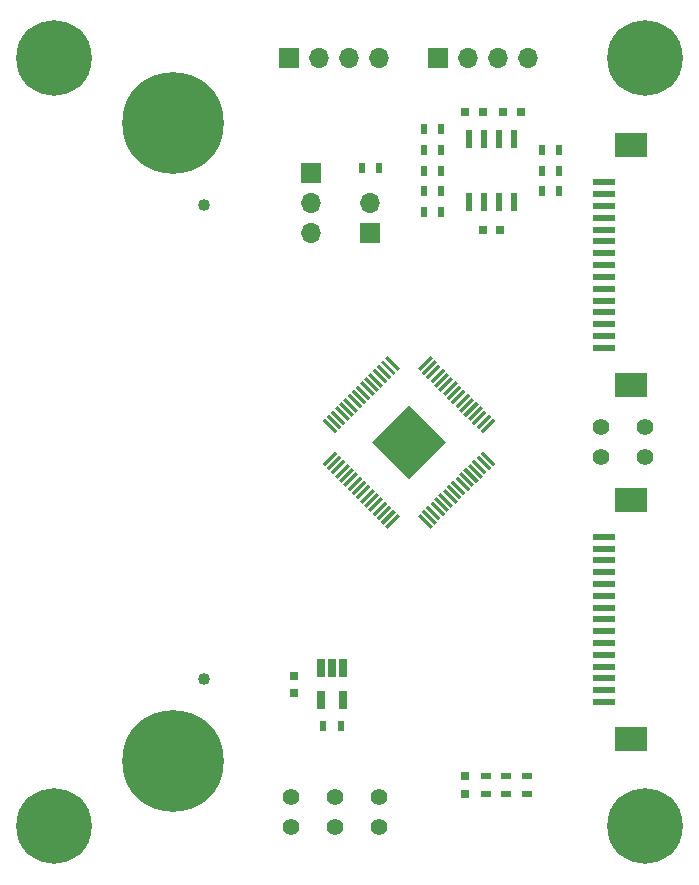
<source format=gbs>
G04 #@! TF.FileFunction,Soldermask,Bot*
%FSLAX46Y46*%
G04 Gerber Fmt 4.6, Leading zero omitted, Abs format (unit mm)*
G04 Created by KiCad (PCBNEW 4.0.7) date 09/10/18 12:16:13*
%MOMM*%
%LPD*%
G01*
G04 APERTURE LIST*
%ADD10C,0.100000*%
%ADD11R,0.600000X1.550000*%
%ADD12C,1.018540*%
%ADD13R,0.750000X0.800000*%
%ADD14R,0.800000X0.750000*%
%ADD15C,6.400000*%
%ADD16C,0.600000*%
%ADD17C,8.600000*%
%ADD18R,1.700000X1.700000*%
%ADD19O,1.700000X1.700000*%
%ADD20R,0.500000X0.900000*%
%ADD21R,0.900000X0.500000*%
%ADD22C,1.400000*%
%ADD23R,0.650000X1.560000*%
%ADD24R,1.900000X0.600000*%
%ADD25R,2.800000X2.100000*%
G04 APERTURE END LIST*
D10*
D11*
X93905000Y-52200000D03*
X92635000Y-52200000D03*
X91365000Y-52200000D03*
X90095000Y-52200000D03*
X90095000Y-46800000D03*
X91365000Y-46800000D03*
X92635000Y-46800000D03*
X93905000Y-46800000D03*
D12*
X67669540Y-52436540D03*
X67669540Y-92563460D03*
D10*
G36*
X83196878Y-79818555D02*
X82984746Y-79606423D01*
X84045406Y-78545763D01*
X84257538Y-78757895D01*
X83196878Y-79818555D01*
X83196878Y-79818555D01*
G37*
G36*
X82843324Y-79465002D02*
X82631192Y-79252870D01*
X83691852Y-78192210D01*
X83903984Y-78404342D01*
X82843324Y-79465002D01*
X82843324Y-79465002D01*
G37*
G36*
X82489771Y-79111448D02*
X82277639Y-78899316D01*
X83338299Y-77838656D01*
X83550431Y-78050788D01*
X82489771Y-79111448D01*
X82489771Y-79111448D01*
G37*
G36*
X82136218Y-78757895D02*
X81924086Y-78545763D01*
X82984746Y-77485103D01*
X83196878Y-77697235D01*
X82136218Y-78757895D01*
X82136218Y-78757895D01*
G37*
G36*
X81782664Y-78404342D02*
X81570532Y-78192210D01*
X82631192Y-77131550D01*
X82843324Y-77343682D01*
X81782664Y-78404342D01*
X81782664Y-78404342D01*
G37*
G36*
X81429111Y-78050788D02*
X81216979Y-77838656D01*
X82277639Y-76777996D01*
X82489771Y-76990128D01*
X81429111Y-78050788D01*
X81429111Y-78050788D01*
G37*
G36*
X81075557Y-77697235D02*
X80863425Y-77485103D01*
X81924085Y-76424443D01*
X82136217Y-76636575D01*
X81075557Y-77697235D01*
X81075557Y-77697235D01*
G37*
G36*
X80722004Y-77343681D02*
X80509872Y-77131549D01*
X81570532Y-76070889D01*
X81782664Y-76283021D01*
X80722004Y-77343681D01*
X80722004Y-77343681D01*
G37*
G36*
X80368451Y-76990128D02*
X80156319Y-76777996D01*
X81216979Y-75717336D01*
X81429111Y-75929468D01*
X80368451Y-76990128D01*
X80368451Y-76990128D01*
G37*
G36*
X80014897Y-76636575D02*
X79802765Y-76424443D01*
X80863425Y-75363783D01*
X81075557Y-75575915D01*
X80014897Y-76636575D01*
X80014897Y-76636575D01*
G37*
G36*
X79661344Y-76283021D02*
X79449212Y-76070889D01*
X80509872Y-75010229D01*
X80722004Y-75222361D01*
X79661344Y-76283021D01*
X79661344Y-76283021D01*
G37*
G36*
X79307790Y-75929468D02*
X79095658Y-75717336D01*
X80156318Y-74656676D01*
X80368450Y-74868808D01*
X79307790Y-75929468D01*
X79307790Y-75929468D01*
G37*
G36*
X78954237Y-75575914D02*
X78742105Y-75363782D01*
X79802765Y-74303122D01*
X80014897Y-74515254D01*
X78954237Y-75575914D01*
X78954237Y-75575914D01*
G37*
G36*
X78600684Y-75222361D02*
X78388552Y-75010229D01*
X79449212Y-73949569D01*
X79661344Y-74161701D01*
X78600684Y-75222361D01*
X78600684Y-75222361D01*
G37*
G36*
X78247130Y-74868808D02*
X78034998Y-74656676D01*
X79095658Y-73596016D01*
X79307790Y-73808148D01*
X78247130Y-74868808D01*
X78247130Y-74868808D01*
G37*
G36*
X77893577Y-74515254D02*
X77681445Y-74303122D01*
X78742105Y-73242462D01*
X78954237Y-73454594D01*
X77893577Y-74515254D01*
X77893577Y-74515254D01*
G37*
G36*
X77681445Y-70696878D02*
X77893577Y-70484746D01*
X78954237Y-71545406D01*
X78742105Y-71757538D01*
X77681445Y-70696878D01*
X77681445Y-70696878D01*
G37*
G36*
X78034998Y-70343324D02*
X78247130Y-70131192D01*
X79307790Y-71191852D01*
X79095658Y-71403984D01*
X78034998Y-70343324D01*
X78034998Y-70343324D01*
G37*
G36*
X78388552Y-69989771D02*
X78600684Y-69777639D01*
X79661344Y-70838299D01*
X79449212Y-71050431D01*
X78388552Y-69989771D01*
X78388552Y-69989771D01*
G37*
G36*
X78742105Y-69636218D02*
X78954237Y-69424086D01*
X80014897Y-70484746D01*
X79802765Y-70696878D01*
X78742105Y-69636218D01*
X78742105Y-69636218D01*
G37*
G36*
X79095658Y-69282664D02*
X79307790Y-69070532D01*
X80368450Y-70131192D01*
X80156318Y-70343324D01*
X79095658Y-69282664D01*
X79095658Y-69282664D01*
G37*
G36*
X79449212Y-68929111D02*
X79661344Y-68716979D01*
X80722004Y-69777639D01*
X80509872Y-69989771D01*
X79449212Y-68929111D01*
X79449212Y-68929111D01*
G37*
G36*
X79802765Y-68575557D02*
X80014897Y-68363425D01*
X81075557Y-69424085D01*
X80863425Y-69636217D01*
X79802765Y-68575557D01*
X79802765Y-68575557D01*
G37*
G36*
X80156319Y-68222004D02*
X80368451Y-68009872D01*
X81429111Y-69070532D01*
X81216979Y-69282664D01*
X80156319Y-68222004D01*
X80156319Y-68222004D01*
G37*
G36*
X80509872Y-67868451D02*
X80722004Y-67656319D01*
X81782664Y-68716979D01*
X81570532Y-68929111D01*
X80509872Y-67868451D01*
X80509872Y-67868451D01*
G37*
G36*
X80863425Y-67514897D02*
X81075557Y-67302765D01*
X82136217Y-68363425D01*
X81924085Y-68575557D01*
X80863425Y-67514897D01*
X80863425Y-67514897D01*
G37*
G36*
X81216979Y-67161344D02*
X81429111Y-66949212D01*
X82489771Y-68009872D01*
X82277639Y-68222004D01*
X81216979Y-67161344D01*
X81216979Y-67161344D01*
G37*
G36*
X81570532Y-66807790D02*
X81782664Y-66595658D01*
X82843324Y-67656318D01*
X82631192Y-67868450D01*
X81570532Y-66807790D01*
X81570532Y-66807790D01*
G37*
G36*
X81924086Y-66454237D02*
X82136218Y-66242105D01*
X83196878Y-67302765D01*
X82984746Y-67514897D01*
X81924086Y-66454237D01*
X81924086Y-66454237D01*
G37*
G36*
X82277639Y-66100684D02*
X82489771Y-65888552D01*
X83550431Y-66949212D01*
X83338299Y-67161344D01*
X82277639Y-66100684D01*
X82277639Y-66100684D01*
G37*
G36*
X82631192Y-65747130D02*
X82843324Y-65534998D01*
X83903984Y-66595658D01*
X83691852Y-66807790D01*
X82631192Y-65747130D01*
X82631192Y-65747130D01*
G37*
G36*
X82984746Y-65393577D02*
X83196878Y-65181445D01*
X84257538Y-66242105D01*
X84045406Y-66454237D01*
X82984746Y-65393577D01*
X82984746Y-65393577D01*
G37*
G36*
X85954594Y-66454237D02*
X85742462Y-66242105D01*
X86803122Y-65181445D01*
X87015254Y-65393577D01*
X85954594Y-66454237D01*
X85954594Y-66454237D01*
G37*
G36*
X86308148Y-66807790D02*
X86096016Y-66595658D01*
X87156676Y-65534998D01*
X87368808Y-65747130D01*
X86308148Y-66807790D01*
X86308148Y-66807790D01*
G37*
G36*
X86661701Y-67161344D02*
X86449569Y-66949212D01*
X87510229Y-65888552D01*
X87722361Y-66100684D01*
X86661701Y-67161344D01*
X86661701Y-67161344D01*
G37*
G36*
X87015254Y-67514897D02*
X86803122Y-67302765D01*
X87863782Y-66242105D01*
X88075914Y-66454237D01*
X87015254Y-67514897D01*
X87015254Y-67514897D01*
G37*
G36*
X87368808Y-67868450D02*
X87156676Y-67656318D01*
X88217336Y-66595658D01*
X88429468Y-66807790D01*
X87368808Y-67868450D01*
X87368808Y-67868450D01*
G37*
G36*
X87722361Y-68222004D02*
X87510229Y-68009872D01*
X88570889Y-66949212D01*
X88783021Y-67161344D01*
X87722361Y-68222004D01*
X87722361Y-68222004D01*
G37*
G36*
X88075915Y-68575557D02*
X87863783Y-68363425D01*
X88924443Y-67302765D01*
X89136575Y-67514897D01*
X88075915Y-68575557D01*
X88075915Y-68575557D01*
G37*
G36*
X88429468Y-68929111D02*
X88217336Y-68716979D01*
X89277996Y-67656319D01*
X89490128Y-67868451D01*
X88429468Y-68929111D01*
X88429468Y-68929111D01*
G37*
G36*
X88783021Y-69282664D02*
X88570889Y-69070532D01*
X89631549Y-68009872D01*
X89843681Y-68222004D01*
X88783021Y-69282664D01*
X88783021Y-69282664D01*
G37*
G36*
X89136575Y-69636217D02*
X88924443Y-69424085D01*
X89985103Y-68363425D01*
X90197235Y-68575557D01*
X89136575Y-69636217D01*
X89136575Y-69636217D01*
G37*
G36*
X89490128Y-69989771D02*
X89277996Y-69777639D01*
X90338656Y-68716979D01*
X90550788Y-68929111D01*
X89490128Y-69989771D01*
X89490128Y-69989771D01*
G37*
G36*
X89843682Y-70343324D02*
X89631550Y-70131192D01*
X90692210Y-69070532D01*
X90904342Y-69282664D01*
X89843682Y-70343324D01*
X89843682Y-70343324D01*
G37*
G36*
X90197235Y-70696878D02*
X89985103Y-70484746D01*
X91045763Y-69424086D01*
X91257895Y-69636218D01*
X90197235Y-70696878D01*
X90197235Y-70696878D01*
G37*
G36*
X90550788Y-71050431D02*
X90338656Y-70838299D01*
X91399316Y-69777639D01*
X91611448Y-69989771D01*
X90550788Y-71050431D01*
X90550788Y-71050431D01*
G37*
G36*
X90904342Y-71403984D02*
X90692210Y-71191852D01*
X91752870Y-70131192D01*
X91965002Y-70343324D01*
X90904342Y-71403984D01*
X90904342Y-71403984D01*
G37*
G36*
X91257895Y-71757538D02*
X91045763Y-71545406D01*
X92106423Y-70484746D01*
X92318555Y-70696878D01*
X91257895Y-71757538D01*
X91257895Y-71757538D01*
G37*
G36*
X91045763Y-73454594D02*
X91257895Y-73242462D01*
X92318555Y-74303122D01*
X92106423Y-74515254D01*
X91045763Y-73454594D01*
X91045763Y-73454594D01*
G37*
G36*
X90692210Y-73808148D02*
X90904342Y-73596016D01*
X91965002Y-74656676D01*
X91752870Y-74868808D01*
X90692210Y-73808148D01*
X90692210Y-73808148D01*
G37*
G36*
X90338656Y-74161701D02*
X90550788Y-73949569D01*
X91611448Y-75010229D01*
X91399316Y-75222361D01*
X90338656Y-74161701D01*
X90338656Y-74161701D01*
G37*
G36*
X89985103Y-74515254D02*
X90197235Y-74303122D01*
X91257895Y-75363782D01*
X91045763Y-75575914D01*
X89985103Y-74515254D01*
X89985103Y-74515254D01*
G37*
G36*
X89631550Y-74868808D02*
X89843682Y-74656676D01*
X90904342Y-75717336D01*
X90692210Y-75929468D01*
X89631550Y-74868808D01*
X89631550Y-74868808D01*
G37*
G36*
X89277996Y-75222361D02*
X89490128Y-75010229D01*
X90550788Y-76070889D01*
X90338656Y-76283021D01*
X89277996Y-75222361D01*
X89277996Y-75222361D01*
G37*
G36*
X88924443Y-75575915D02*
X89136575Y-75363783D01*
X90197235Y-76424443D01*
X89985103Y-76636575D01*
X88924443Y-75575915D01*
X88924443Y-75575915D01*
G37*
G36*
X88570889Y-75929468D02*
X88783021Y-75717336D01*
X89843681Y-76777996D01*
X89631549Y-76990128D01*
X88570889Y-75929468D01*
X88570889Y-75929468D01*
G37*
G36*
X88217336Y-76283021D02*
X88429468Y-76070889D01*
X89490128Y-77131549D01*
X89277996Y-77343681D01*
X88217336Y-76283021D01*
X88217336Y-76283021D01*
G37*
G36*
X87863783Y-76636575D02*
X88075915Y-76424443D01*
X89136575Y-77485103D01*
X88924443Y-77697235D01*
X87863783Y-76636575D01*
X87863783Y-76636575D01*
G37*
G36*
X87510229Y-76990128D02*
X87722361Y-76777996D01*
X88783021Y-77838656D01*
X88570889Y-78050788D01*
X87510229Y-76990128D01*
X87510229Y-76990128D01*
G37*
G36*
X87156676Y-77343682D02*
X87368808Y-77131550D01*
X88429468Y-78192210D01*
X88217336Y-78404342D01*
X87156676Y-77343682D01*
X87156676Y-77343682D01*
G37*
G36*
X86803122Y-77697235D02*
X87015254Y-77485103D01*
X88075914Y-78545763D01*
X87863782Y-78757895D01*
X86803122Y-77697235D01*
X86803122Y-77697235D01*
G37*
G36*
X86449569Y-78050788D02*
X86661701Y-77838656D01*
X87722361Y-78899316D01*
X87510229Y-79111448D01*
X86449569Y-78050788D01*
X86449569Y-78050788D01*
G37*
G36*
X86096016Y-78404342D02*
X86308148Y-78192210D01*
X87368808Y-79252870D01*
X87156676Y-79465002D01*
X86096016Y-78404342D01*
X86096016Y-78404342D01*
G37*
G36*
X85742462Y-78757895D02*
X85954594Y-78545763D01*
X87015254Y-79606423D01*
X86803122Y-79818555D01*
X85742462Y-78757895D01*
X85742462Y-78757895D01*
G37*
G36*
X85000000Y-69388730D02*
X88111270Y-72500000D01*
X85000000Y-75611270D01*
X81888730Y-72500000D01*
X85000000Y-69388730D01*
X85000000Y-69388730D01*
G37*
D13*
X89750000Y-100750000D03*
X89750000Y-102250000D03*
D14*
X91250000Y-54500000D03*
X92750000Y-54500000D03*
X93000000Y-44500000D03*
X94500000Y-44500000D03*
D13*
X75250000Y-93750000D03*
X75250000Y-92250000D03*
D14*
X91250000Y-44500000D03*
X89750000Y-44500000D03*
D15*
X55000000Y-40000000D03*
D16*
X57400000Y-40000000D03*
X56697056Y-41697056D03*
X55000000Y-42400000D03*
X53302944Y-41697056D03*
X52600000Y-40000000D03*
X53302944Y-38302944D03*
X55000000Y-37600000D03*
X56697056Y-38302944D03*
D15*
X55000000Y-105000000D03*
D16*
X57400000Y-105000000D03*
X56697056Y-106697056D03*
X55000000Y-107400000D03*
X53302944Y-106697056D03*
X52600000Y-105000000D03*
X53302944Y-103302944D03*
X55000000Y-102600000D03*
X56697056Y-103302944D03*
D15*
X105000000Y-105000000D03*
D16*
X107400000Y-105000000D03*
X106697056Y-106697056D03*
X105000000Y-107400000D03*
X103302944Y-106697056D03*
X102600000Y-105000000D03*
X103302944Y-103302944D03*
X105000000Y-102600000D03*
X106697056Y-103302944D03*
D15*
X105000000Y-40000000D03*
D16*
X107400000Y-40000000D03*
X106697056Y-41697056D03*
X105000000Y-42400000D03*
X103302944Y-41697056D03*
X102600000Y-40000000D03*
X103302944Y-38302944D03*
X105000000Y-37600000D03*
X106697056Y-38302944D03*
D17*
X65000000Y-99500000D03*
X65000000Y-45500000D03*
D18*
X76750000Y-49670000D03*
D19*
X76750000Y-52210000D03*
X76750000Y-54750000D03*
D18*
X81750000Y-54750000D03*
D19*
X81750000Y-52210000D03*
D18*
X87500000Y-40000000D03*
D19*
X90040000Y-40000000D03*
X92580000Y-40000000D03*
X95120000Y-40000000D03*
D18*
X74880000Y-40000000D03*
D19*
X77420000Y-40000000D03*
X79960000Y-40000000D03*
X82500000Y-40000000D03*
D20*
X87750000Y-49500000D03*
X86250000Y-49500000D03*
X97750000Y-47750000D03*
X96250000Y-47750000D03*
X87750000Y-47750000D03*
X86250000Y-47750000D03*
X87750000Y-51250000D03*
X86250000Y-51250000D03*
D21*
X91500000Y-102250000D03*
X91500000Y-100750000D03*
D20*
X86250000Y-46000000D03*
X87750000Y-46000000D03*
X87750000Y-53000000D03*
X86250000Y-53000000D03*
X82500000Y-49250000D03*
X81000000Y-49250000D03*
X97750000Y-49500000D03*
X96250000Y-49500000D03*
X97750000Y-51250000D03*
X96250000Y-51250000D03*
D21*
X95000000Y-102250000D03*
X95000000Y-100750000D03*
D20*
X77750000Y-96500000D03*
X79250000Y-96500000D03*
D21*
X93250000Y-102250000D03*
X93250000Y-100750000D03*
D22*
X105000000Y-73790000D03*
X105000000Y-71250000D03*
X101250000Y-73750000D03*
X101250000Y-71210000D03*
X78750000Y-105040000D03*
X78750000Y-102500000D03*
X82500000Y-105040000D03*
X82500000Y-102500000D03*
D23*
X77550000Y-91650000D03*
X78500000Y-91650000D03*
X79450000Y-91650000D03*
X79450000Y-94350000D03*
X77550000Y-94350000D03*
D24*
X101500000Y-50500000D03*
X101500000Y-51500000D03*
X101500000Y-52500000D03*
X101500000Y-53500000D03*
X101500000Y-55500000D03*
X101500000Y-58500000D03*
X101500000Y-54500000D03*
X101500000Y-57500000D03*
X101500000Y-61500000D03*
X101500000Y-63500000D03*
X101500000Y-64500000D03*
X101500000Y-60500000D03*
X101500000Y-62500000D03*
X101500000Y-59500000D03*
X101500000Y-56500000D03*
D25*
X103850000Y-47350000D03*
X103850000Y-67650000D03*
D24*
X101500000Y-80500000D03*
X101500000Y-81500000D03*
X101500000Y-82500000D03*
X101500000Y-83500000D03*
X101500000Y-85500000D03*
X101500000Y-88500000D03*
X101500000Y-84500000D03*
X101500000Y-87500000D03*
X101500000Y-91500000D03*
X101500000Y-93500000D03*
X101500000Y-94500000D03*
X101500000Y-90500000D03*
X101500000Y-92500000D03*
X101500000Y-89500000D03*
X101500000Y-86500000D03*
D25*
X103850000Y-77350000D03*
X103850000Y-97650000D03*
D22*
X75000000Y-105040000D03*
X75000000Y-102500000D03*
M02*

</source>
